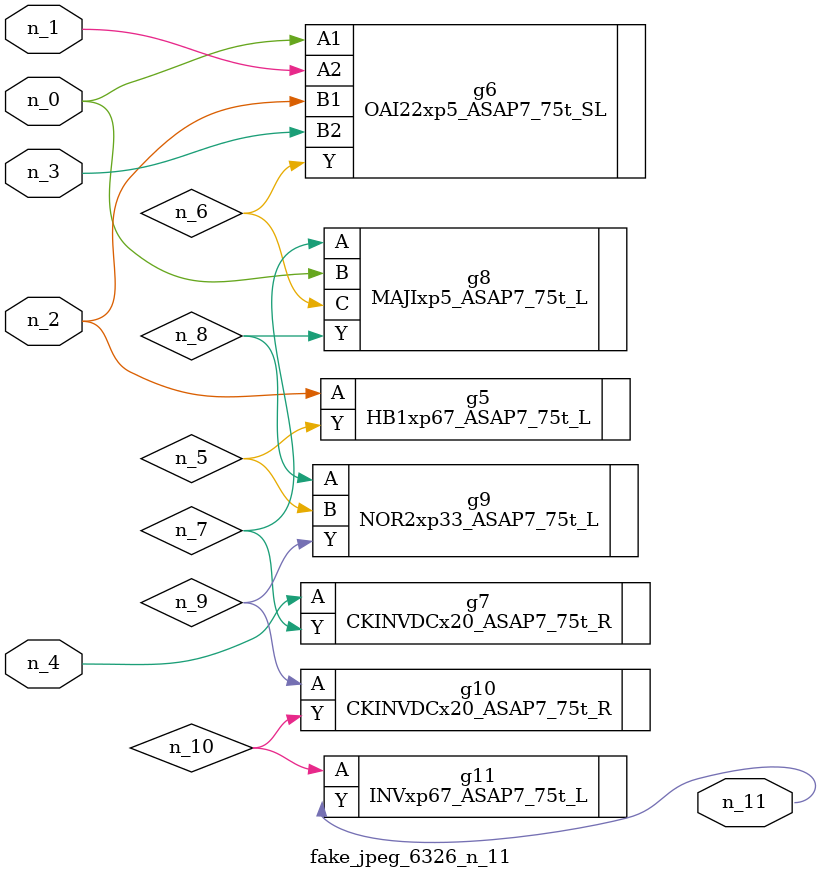
<source format=v>
module fake_jpeg_6326_n_11 (n_3, n_2, n_1, n_0, n_4, n_11);

input n_3;
input n_2;
input n_1;
input n_0;
input n_4;

output n_11;

wire n_10;
wire n_8;
wire n_9;
wire n_6;
wire n_5;
wire n_7;

HB1xp67_ASAP7_75t_L g5 ( 
.A(n_2),
.Y(n_5)
);

OAI22xp5_ASAP7_75t_SL g6 ( 
.A1(n_0),
.A2(n_1),
.B1(n_2),
.B2(n_3),
.Y(n_6)
);

CKINVDCx20_ASAP7_75t_R g7 ( 
.A(n_4),
.Y(n_7)
);

MAJIxp5_ASAP7_75t_L g8 ( 
.A(n_7),
.B(n_0),
.C(n_6),
.Y(n_8)
);

NOR2xp33_ASAP7_75t_L g9 ( 
.A(n_8),
.B(n_5),
.Y(n_9)
);

CKINVDCx20_ASAP7_75t_R g10 ( 
.A(n_9),
.Y(n_10)
);

INVxp67_ASAP7_75t_L g11 ( 
.A(n_10),
.Y(n_11)
);


endmodule
</source>
